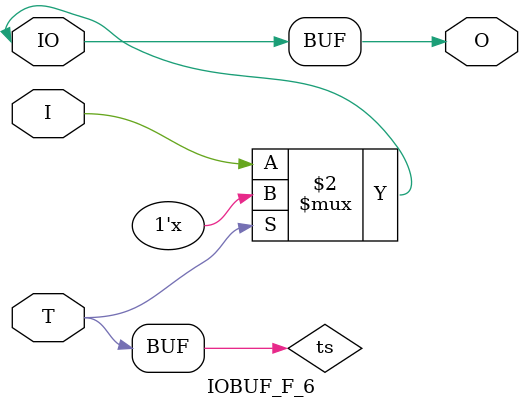
<source format=v>

/*

FUNCTION    : INPUT TRI-STATE OUTPUT BUFFER

*/

`celldefine
`timescale  100 ps / 10 ps

module IOBUF_F_6 (O, IO, I, T);

    output O;

    inout  IO;

    input  I, T;

    or O1 (ts, 1'b0, T);
    bufif0 T1 (IO, I, ts);

    buf B1 (O, IO);

endmodule

</source>
